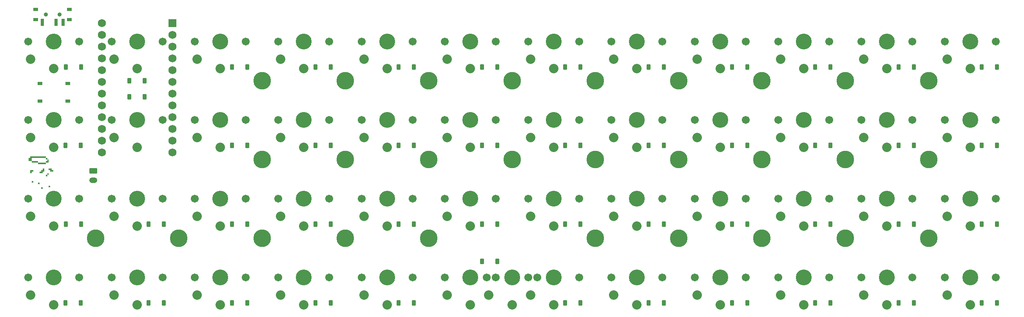
<source format=gbr>
%TF.GenerationSoftware,KiCad,Pcbnew,9.0.3-1.fc42*%
%TF.CreationDate,2025-09-11T11:22:30-04:00*%
%TF.ProjectId,48ish_soldered,34386973-685f-4736-9f6c-64657265642e,v1.0.0*%
%TF.SameCoordinates,Original*%
%TF.FileFunction,Soldermask,Bot*%
%TF.FilePolarity,Negative*%
%FSLAX46Y46*%
G04 Gerber Fmt 4.6, Leading zero omitted, Abs format (unit mm)*
G04 Created by KiCad (PCBNEW 9.0.3-1.fc42) date 2025-09-11 11:22:30*
%MOMM*%
%LPD*%
G01*
G04 APERTURE LIST*
G04 Aperture macros list*
%AMRoundRect*
0 Rectangle with rounded corners*
0 $1 Rounding radius*
0 $2 $3 $4 $5 $6 $7 $8 $9 X,Y pos of 4 corners*
0 Add a 4 corners polygon primitive as box body*
4,1,4,$2,$3,$4,$5,$6,$7,$8,$9,$2,$3,0*
0 Add four circle primitives for the rounded corners*
1,1,$1+$1,$2,$3*
1,1,$1+$1,$4,$5*
1,1,$1+$1,$6,$7*
1,1,$1+$1,$8,$9*
0 Add four rect primitives between the rounded corners*
20,1,$1+$1,$2,$3,$4,$5,0*
20,1,$1+$1,$4,$5,$6,$7,0*
20,1,$1+$1,$6,$7,$8,$9,0*
20,1,$1+$1,$8,$9,$2,$3,0*%
G04 Aperture macros list end*
%ADD10C,0.000000*%
%ADD11C,1.701800*%
%ADD12C,3.429000*%
%ADD13C,2.032000*%
%ADD14C,3.800000*%
%ADD15RoundRect,0.225000X0.225000X0.375000X-0.225000X0.375000X-0.225000X-0.375000X0.225000X-0.375000X0*%
%ADD16R,1.000000X0.750000*%
%ADD17R,1.752600X1.752600*%
%ADD18C,1.752600*%
%ADD19R,1.000000X0.800000*%
%ADD20C,0.900000*%
%ADD21R,0.700000X1.500000*%
%ADD22RoundRect,0.250000X-0.625000X0.350000X-0.625000X-0.350000X0.625000X-0.350000X0.625000X0.350000X0*%
%ADD23O,1.750000X1.200000*%
G04 APERTURE END LIST*
D10*
%TO.C,G\u002A\u002A\u002A*%
G36*
X112083060Y-141333634D02*
G01*
X112083060Y-141500328D01*
X111916366Y-141500328D01*
X111749672Y-141500328D01*
X111749672Y-141333634D01*
X111749672Y-141166940D01*
X111916366Y-141166940D01*
X112083060Y-141166940D01*
X112083060Y-141333634D01*
G37*
G36*
X113416612Y-141667022D02*
G01*
X113416612Y-141833716D01*
X113249918Y-141833716D01*
X113083224Y-141833716D01*
X113083224Y-141667022D01*
X113083224Y-141500328D01*
X113249918Y-141500328D01*
X113416612Y-141500328D01*
X113416612Y-141667022D01*
G37*
G36*
X114083388Y-142667186D02*
G01*
X114083388Y-142833880D01*
X113916694Y-142833880D01*
X113750000Y-142833880D01*
X113750000Y-142667186D01*
X113750000Y-142500492D01*
X113916694Y-142500492D01*
X114083388Y-142500492D01*
X114083388Y-142667186D01*
G37*
G36*
X115083552Y-140000082D02*
G01*
X115083552Y-140166776D01*
X114916858Y-140166776D01*
X114750164Y-140166776D01*
X114750164Y-140000082D01*
X114750164Y-139833388D01*
X114916858Y-139833388D01*
X115083552Y-139833388D01*
X115083552Y-140000082D01*
G37*
G36*
X115416940Y-139666694D02*
G01*
X115416940Y-139833388D01*
X115250246Y-139833388D01*
X115083552Y-139833388D01*
X115083552Y-139666694D01*
X115083552Y-139500000D01*
X115250246Y-139500000D01*
X115416940Y-139500000D01*
X115416940Y-139666694D01*
G37*
G36*
X115750328Y-142333798D02*
G01*
X115750328Y-142500492D01*
X115583634Y-142500492D01*
X115416940Y-142500492D01*
X115416940Y-142333798D01*
X115416940Y-142167104D01*
X115583634Y-142167104D01*
X115750328Y-142167104D01*
X115750328Y-142333798D01*
G37*
G36*
X112083060Y-138999918D02*
G01*
X112083060Y-139166612D01*
X111916366Y-139166612D01*
X111749672Y-139166612D01*
X111749672Y-139333306D01*
X111749672Y-139500000D01*
X111582978Y-139500000D01*
X111416284Y-139500000D01*
X111416284Y-139166612D01*
X111416284Y-138833224D01*
X111749672Y-138833224D01*
X112083060Y-138833224D01*
X112083060Y-138999918D01*
G37*
G36*
X116083716Y-138666530D02*
G01*
X116083716Y-138833224D01*
X116250410Y-138833224D01*
X116417104Y-138833224D01*
X116417104Y-138999918D01*
X116417104Y-139166612D01*
X116083716Y-139166612D01*
X115750328Y-139166612D01*
X115750328Y-138999918D01*
X115750328Y-138833224D01*
X115583634Y-138833224D01*
X115416940Y-138833224D01*
X115416940Y-138666530D01*
X115416940Y-138499836D01*
X115750328Y-138499836D01*
X116083716Y-138499836D01*
X116083716Y-138666530D01*
G37*
G36*
X114416776Y-138833224D02*
G01*
X114416776Y-139166612D01*
X114250082Y-139166612D01*
X114083388Y-139166612D01*
X114083388Y-139333306D01*
X114083388Y-139500000D01*
X113750000Y-139500000D01*
X113416612Y-139500000D01*
X113416612Y-139333306D01*
X113416612Y-139166612D01*
X113583306Y-139166612D01*
X113750000Y-139166612D01*
X113750000Y-138999918D01*
X113750000Y-138833224D01*
X113916694Y-138833224D01*
X114083388Y-138833224D01*
X114083388Y-138666530D01*
X114083388Y-138499836D01*
X114250082Y-138499836D01*
X114416776Y-138499836D01*
X114416776Y-138833224D01*
G37*
G36*
X115416940Y-136832896D02*
G01*
X115416940Y-137166284D01*
X115083552Y-137166284D01*
X114750164Y-137166284D01*
X114750164Y-137332978D01*
X114750164Y-137499672D01*
X113916694Y-137499672D01*
X113083224Y-137499672D01*
X113083224Y-137332978D01*
X113083224Y-137166284D01*
X112416448Y-137166284D01*
X111749672Y-137166284D01*
X111749672Y-136999590D01*
X111749672Y-136832896D01*
X112416448Y-136832896D01*
X113083224Y-136832896D01*
X113083224Y-136999590D01*
X113083224Y-137166284D01*
X113916694Y-137166284D01*
X114750164Y-137166284D01*
X114750164Y-136999590D01*
X114750164Y-136832896D01*
X114916858Y-136832896D01*
X115083552Y-136832896D01*
X115083552Y-136666202D01*
X115083552Y-136499508D01*
X115250246Y-136499508D01*
X115416940Y-136499508D01*
X115416940Y-136832896D01*
G37*
G36*
X114750164Y-135999426D02*
G01*
X114750164Y-136166120D01*
X113249918Y-136166120D01*
X111749672Y-136166120D01*
X111749672Y-136499508D01*
X111749672Y-136832896D01*
X111416284Y-136832896D01*
X111082896Y-136832896D01*
X111082896Y-136499508D01*
X111082896Y-136166120D01*
X111249590Y-136166120D01*
X111416284Y-136166120D01*
X111416284Y-135999426D01*
X111416284Y-135832732D01*
X113083224Y-135832732D01*
X114750164Y-135832732D01*
X114750164Y-135999426D01*
G37*
G36*
X114916858Y-136166120D02*
G01*
X115083552Y-136166120D01*
X115083552Y-136332814D01*
X115083552Y-136499508D01*
X114916858Y-136499508D01*
X114750164Y-136499508D01*
X114750164Y-136332814D01*
X114750164Y-136166120D01*
X114916858Y-136166120D01*
G37*
%TD*%
D11*
%TO.C,SW6*%
X129000000Y-128000000D03*
D12*
X134500000Y-128000000D03*
D11*
X140000000Y-128000000D03*
D13*
X129500000Y-131800000D03*
X134500000Y-133900000D03*
%TD*%
D11*
%TO.C,SW30*%
X237000000Y-128000000D03*
D12*
X242500000Y-128000000D03*
D11*
X248000000Y-128000000D03*
D13*
X237500000Y-131800000D03*
X242500000Y-133900000D03*
%TD*%
D11*
%TO.C,SW18*%
X183000000Y-128000000D03*
D12*
X188500000Y-128000000D03*
D11*
X194000000Y-128000000D03*
D13*
X183500000Y-131800000D03*
X188500000Y-133900000D03*
%TD*%
D14*
%TO.C,REF\u002A\u002A*%
X161500000Y-136500000D03*
%TD*%
D11*
%TO.C,SW37*%
X273000000Y-111000000D03*
D12*
X278500000Y-111000000D03*
D11*
X284000000Y-111000000D03*
D13*
X273500000Y-114800000D03*
X278500000Y-116900000D03*
%TD*%
D14*
%TO.C,REF\u002A\u002A*%
X197500000Y-153500000D03*
%TD*%
%TO.C,REF\u002A\u002A*%
X305500000Y-136500000D03*
%TD*%
D11*
%TO.C,SW21*%
X201000000Y-111000000D03*
D12*
X206500000Y-111000000D03*
D11*
X212000000Y-111000000D03*
D13*
X201500000Y-114800000D03*
X206500000Y-116900000D03*
%TD*%
D11*
%TO.C,SW15*%
X165000000Y-145000000D03*
D12*
X170500000Y-145000000D03*
D11*
X176000000Y-145000000D03*
D13*
X165500000Y-148800000D03*
X170500000Y-150900000D03*
%TD*%
D11*
%TO.C,SW33*%
X255000000Y-111000000D03*
D12*
X260500000Y-111000000D03*
D11*
X266000000Y-111000000D03*
D13*
X255500000Y-114800000D03*
X260500000Y-116900000D03*
%TD*%
D11*
%TO.C,SW10*%
X147000000Y-128000000D03*
D12*
X152500000Y-128000000D03*
D11*
X158000000Y-128000000D03*
D13*
X147500000Y-131800000D03*
X152500000Y-133900000D03*
%TD*%
D14*
%TO.C,REF\u002A\u002A*%
X287500000Y-153500000D03*
%TD*%
D11*
%TO.C,SW2*%
X111000000Y-128000000D03*
D12*
X116500000Y-128000000D03*
D11*
X122000000Y-128000000D03*
D13*
X111500000Y-131800000D03*
X116500000Y-133900000D03*
%TD*%
D11*
%TO.C,SW26*%
X219000000Y-128000000D03*
D12*
X224500000Y-128000000D03*
D11*
X230000000Y-128000000D03*
D13*
X219500000Y-131800000D03*
X224500000Y-133900000D03*
%TD*%
D14*
%TO.C,REF\u002A\u002A*%
X179500000Y-153500000D03*
%TD*%
D11*
%TO.C,SW27*%
X219000000Y-145000000D03*
D12*
X224500000Y-145000000D03*
D11*
X230000000Y-145000000D03*
D13*
X219500000Y-148800000D03*
X224500000Y-150900000D03*
%TD*%
D11*
%TO.C,SW5*%
X129000000Y-111000000D03*
D12*
X134500000Y-111000000D03*
D11*
X140000000Y-111000000D03*
D13*
X129500000Y-114800000D03*
X134500000Y-116900000D03*
%TD*%
D14*
%TO.C,REF\u002A\u002A*%
X215500000Y-119500000D03*
%TD*%
%TO.C,REF\u002A\u002A*%
X269500000Y-153500000D03*
%TD*%
D11*
%TO.C,SW47*%
X309000000Y-145000000D03*
D12*
X314500000Y-145000000D03*
D11*
X320000000Y-145000000D03*
D13*
X309500000Y-148800000D03*
X314500000Y-150900000D03*
%TD*%
D11*
%TO.C,SW46*%
X309000000Y-128000000D03*
D12*
X314500000Y-128000000D03*
D11*
X320000000Y-128000000D03*
D13*
X309500000Y-131800000D03*
X314500000Y-133900000D03*
%TD*%
D11*
%TO.C,SW40*%
X273000000Y-162000000D03*
D12*
X278500000Y-162000000D03*
D11*
X284000000Y-162000000D03*
D13*
X273500000Y-165800000D03*
X278500000Y-167900000D03*
%TD*%
D14*
%TO.C,REF\u002A\u002A*%
X197500000Y-136500000D03*
%TD*%
D11*
%TO.C,SW25*%
X219000000Y-111000000D03*
D12*
X224500000Y-111000000D03*
D11*
X230000000Y-111000000D03*
D13*
X219500000Y-114800000D03*
X224500000Y-116900000D03*
%TD*%
D11*
%TO.C,SW36*%
X255000000Y-162000000D03*
D12*
X260500000Y-162000000D03*
D11*
X266000000Y-162000000D03*
D13*
X255500000Y-165800000D03*
X260500000Y-167900000D03*
%TD*%
D14*
%TO.C,REF\u002A\u002A*%
X233500000Y-136500000D03*
%TD*%
D11*
%TO.C,SW20*%
X183000000Y-162000000D03*
D12*
X188500000Y-162000000D03*
D11*
X194000000Y-162000000D03*
D13*
X183500000Y-165800000D03*
X188500000Y-167900000D03*
%TD*%
D11*
%TO.C,SW12*%
X147000000Y-162000000D03*
D12*
X152500000Y-162000000D03*
D11*
X158000000Y-162000000D03*
D13*
X147500000Y-165800000D03*
X152500000Y-167900000D03*
%TD*%
D11*
%TO.C,SW4*%
X111000000Y-162000000D03*
D12*
X116500000Y-162000000D03*
D11*
X122000000Y-162000000D03*
D13*
X111500000Y-165800000D03*
X116500000Y-167900000D03*
%TD*%
D14*
%TO.C,REF\u002A\u002A*%
X233500000Y-153500000D03*
%TD*%
%TO.C,REF\u002A\u002A*%
X161500000Y-153500000D03*
%TD*%
D11*
%TO.C,SW16*%
X165000000Y-162000000D03*
D12*
X170500000Y-162000000D03*
D11*
X176000000Y-162000000D03*
D13*
X165500000Y-165800000D03*
X170500000Y-167900000D03*
%TD*%
D11*
%TO.C,SW38*%
X273000000Y-128000000D03*
D12*
X278500000Y-128000000D03*
D11*
X284000000Y-128000000D03*
D13*
X273500000Y-131800000D03*
X278500000Y-133900000D03*
%TD*%
D11*
%TO.C,SW3*%
X111000000Y-145000000D03*
D12*
X116500000Y-145000000D03*
D11*
X122000000Y-145000000D03*
D13*
X111500000Y-148800000D03*
X116500000Y-150900000D03*
%TD*%
D11*
%TO.C,SW34*%
X255000000Y-128000000D03*
D12*
X260500000Y-128000000D03*
D11*
X266000000Y-128000000D03*
D13*
X255500000Y-131800000D03*
X260500000Y-133900000D03*
%TD*%
D11*
%TO.C,SW22*%
X201000000Y-128000000D03*
D12*
X206500000Y-128000000D03*
D11*
X212000000Y-128000000D03*
D13*
X201500000Y-131800000D03*
X206500000Y-133900000D03*
%TD*%
D11*
%TO.C,SW29*%
X237000000Y-111000000D03*
D12*
X242500000Y-111000000D03*
D11*
X248000000Y-111000000D03*
D13*
X237500000Y-114800000D03*
X242500000Y-116900000D03*
%TD*%
D14*
%TO.C,REF\u002A\u002A*%
X251500000Y-136500000D03*
%TD*%
D11*
%TO.C,SW31*%
X237000000Y-145000000D03*
D12*
X242500000Y-145000000D03*
D11*
X248000000Y-145000000D03*
D13*
X237500000Y-148800000D03*
X242500000Y-150900000D03*
%TD*%
D11*
%TO.C,SW24*%
X210000000Y-162000000D03*
D12*
X215500000Y-162000000D03*
D11*
X221000000Y-162000000D03*
D13*
X210500000Y-165800000D03*
X215500000Y-167900000D03*
%TD*%
D11*
%TO.C,SW7*%
X129000000Y-145000000D03*
D12*
X134500000Y-145000000D03*
D11*
X140000000Y-145000000D03*
D13*
X129500000Y-148800000D03*
X134500000Y-150900000D03*
%TD*%
D11*
%TO.C,SW43*%
X291000000Y-145000000D03*
D12*
X296500000Y-145000000D03*
D11*
X302000000Y-145000000D03*
D13*
X291500000Y-148800000D03*
X296500000Y-150900000D03*
%TD*%
D14*
%TO.C,REF\u002A\u002A*%
X251500000Y-119500000D03*
%TD*%
D11*
%TO.C,SW14*%
X165000000Y-128000000D03*
D12*
X170500000Y-128000000D03*
D11*
X176000000Y-128000000D03*
D13*
X165500000Y-131800000D03*
X170500000Y-133900000D03*
%TD*%
D11*
%TO.C,SW44*%
X291000000Y-162000000D03*
D12*
X296500000Y-162000000D03*
D11*
X302000000Y-162000000D03*
D13*
X291500000Y-165800000D03*
X296500000Y-167900000D03*
%TD*%
D11*
%TO.C,SW45*%
X309000000Y-111000000D03*
D12*
X314500000Y-111000000D03*
D11*
X320000000Y-111000000D03*
D13*
X309500000Y-114800000D03*
X314500000Y-116900000D03*
%TD*%
D14*
%TO.C,REF\u002A\u002A*%
X197500000Y-119500000D03*
%TD*%
D11*
%TO.C,SW35*%
X255000000Y-145000000D03*
D12*
X260500000Y-145000000D03*
D11*
X266000000Y-145000000D03*
D13*
X255500000Y-148800000D03*
X260500000Y-150900000D03*
%TD*%
D11*
%TO.C,SW13*%
X165000000Y-111000000D03*
D12*
X170500000Y-111000000D03*
D11*
X176000000Y-111000000D03*
D13*
X165500000Y-114800000D03*
X170500000Y-116900000D03*
%TD*%
D11*
%TO.C,SW1*%
X111000000Y-111000000D03*
D12*
X116500000Y-111000000D03*
D11*
X122000000Y-111000000D03*
D13*
X111500000Y-114800000D03*
X116500000Y-116900000D03*
%TD*%
D14*
%TO.C,REF\u002A\u002A*%
X233500000Y-119500000D03*
%TD*%
D11*
%TO.C,SW9*%
X147000000Y-111000000D03*
D12*
X152500000Y-111000000D03*
D11*
X158000000Y-111000000D03*
D13*
X147500000Y-114800000D03*
X152500000Y-116900000D03*
%TD*%
D14*
%TO.C,REF\u002A\u002A*%
X305500000Y-119500000D03*
%TD*%
%TO.C,REF\u002A\u002A*%
X179500000Y-119500000D03*
%TD*%
%TO.C,REF\u002A\u002A*%
X287500000Y-119500000D03*
%TD*%
D11*
%TO.C,SW17*%
X183000000Y-111000000D03*
D12*
X188500000Y-111000000D03*
D11*
X194000000Y-111000000D03*
D13*
X183500000Y-114800000D03*
X188500000Y-116900000D03*
%TD*%
D11*
%TO.C,SW24*%
X201000000Y-162000000D03*
D12*
X206500000Y-162000000D03*
D11*
X212000000Y-162000000D03*
D13*
X201500000Y-165800000D03*
X206500000Y-167900000D03*
%TD*%
D14*
%TO.C,REF\u002A\u002A*%
X251500000Y-153500000D03*
%TD*%
%TO.C,REF\u002A\u002A*%
X269500000Y-136500000D03*
%TD*%
D11*
%TO.C,SW48*%
X309000000Y-162000000D03*
D12*
X314500000Y-162000000D03*
D11*
X320000000Y-162000000D03*
D13*
X309500000Y-165800000D03*
X314500000Y-167900000D03*
%TD*%
D11*
%TO.C,SW19*%
X183000000Y-145000000D03*
D12*
X188500000Y-145000000D03*
D11*
X194000000Y-145000000D03*
D13*
X183500000Y-148800000D03*
X188500000Y-150900000D03*
%TD*%
D11*
%TO.C,SW11*%
X147000000Y-145000000D03*
D12*
X152500000Y-145000000D03*
D11*
X158000000Y-145000000D03*
D13*
X147500000Y-148800000D03*
X152500000Y-150900000D03*
%TD*%
D11*
%TO.C,SW32*%
X237000000Y-162000000D03*
D12*
X242500000Y-162000000D03*
D11*
X248000000Y-162000000D03*
D13*
X237500000Y-165800000D03*
X242500000Y-167900000D03*
%TD*%
D14*
%TO.C,REF\u002A\u002A*%
X269500000Y-119500000D03*
%TD*%
%TO.C,REF\u002A\u002A*%
X179500000Y-136500000D03*
%TD*%
D11*
%TO.C,SW28*%
X219000000Y-162000000D03*
D12*
X224500000Y-162000000D03*
D11*
X230000000Y-162000000D03*
D13*
X219500000Y-165800000D03*
X224500000Y-167900000D03*
%TD*%
D11*
%TO.C,SW8*%
X129000000Y-162000000D03*
D12*
X134500000Y-162000000D03*
D11*
X140000000Y-162000000D03*
D13*
X129500000Y-165800000D03*
X134500000Y-167900000D03*
%TD*%
D14*
%TO.C,REF\u002A\u002A*%
X215500000Y-136500000D03*
%TD*%
%TO.C,REF\u002A\u002A*%
X305500000Y-153500000D03*
%TD*%
D11*
%TO.C,SW41*%
X291000000Y-111000000D03*
D12*
X296500000Y-111000000D03*
D11*
X302000000Y-111000000D03*
D13*
X291500000Y-114800000D03*
X296500000Y-116900000D03*
%TD*%
D14*
%TO.C,REF\u002A\u002A*%
X125500000Y-153500000D03*
%TD*%
D11*
%TO.C,SW39*%
X273000000Y-145000000D03*
D12*
X278500000Y-145000000D03*
D11*
X284000000Y-145000000D03*
D13*
X273500000Y-148800000D03*
X278500000Y-150900000D03*
%TD*%
D11*
%TO.C,SW42*%
X291000000Y-128000000D03*
D12*
X296500000Y-128000000D03*
D11*
X302000000Y-128000000D03*
D13*
X291500000Y-131800000D03*
X296500000Y-133900000D03*
%TD*%
D14*
%TO.C,REF\u002A\u002A*%
X143500000Y-153500000D03*
%TD*%
%TO.C,REF\u002A\u002A*%
X161500000Y-119500000D03*
%TD*%
D11*
%TO.C,SW23*%
X201000000Y-145000000D03*
D12*
X206500000Y-145000000D03*
D11*
X212000000Y-145000000D03*
D13*
X201500000Y-148800000D03*
X206500000Y-150900000D03*
%TD*%
D14*
%TO.C,REF\u002A\u002A*%
X287500000Y-136500000D03*
%TD*%
D15*
%TO.C,D1*%
X122400000Y-116500000D03*
X119100000Y-116500000D03*
%TD*%
%TO.C,D47*%
X320300000Y-150500000D03*
X317000000Y-150500000D03*
%TD*%
%TO.C,D40*%
X284300000Y-167500000D03*
X281000000Y-167500000D03*
%TD*%
%TO.C,D19*%
X194300000Y-150500000D03*
X191000000Y-150500000D03*
%TD*%
%TO.C,D39*%
X284300000Y-150500000D03*
X281000000Y-150500000D03*
%TD*%
%TO.C,D32*%
X248300000Y-167500000D03*
X245000000Y-167500000D03*
%TD*%
%TO.C,D16*%
X176300000Y-167500000D03*
X173000000Y-167500000D03*
%TD*%
D16*
%TO.C,SW50*%
X119500000Y-120125000D03*
X113500000Y-120125000D03*
X119500000Y-123875000D03*
X113500000Y-123875000D03*
%TD*%
D15*
%TO.C,D18*%
X194300000Y-133500000D03*
X191000000Y-133500000D03*
%TD*%
%TO.C,D37*%
X284300000Y-116500000D03*
X281000000Y-116500000D03*
%TD*%
%TO.C,D7*%
X140300000Y-150500000D03*
X137000000Y-150500000D03*
%TD*%
%TO.C,D27*%
X230300000Y-150500000D03*
X227000000Y-150500000D03*
%TD*%
%TO.C,D43*%
X302300000Y-150500000D03*
X299000000Y-150500000D03*
%TD*%
%TO.C,D33*%
X266300000Y-116500000D03*
X263000000Y-116500000D03*
%TD*%
%TO.C,D48*%
X320300000Y-167500000D03*
X317000000Y-167500000D03*
%TD*%
%TO.C,D14*%
X176300000Y-133500000D03*
X173000000Y-133500000D03*
%TD*%
%TO.C,D44*%
X302300000Y-167500000D03*
X299000000Y-167500000D03*
%TD*%
%TO.C,D5*%
X136150000Y-119500000D03*
X132850000Y-119500000D03*
%TD*%
D17*
%TO.C,U1*%
X142120000Y-107030000D03*
D18*
X142120000Y-109570000D03*
X142120000Y-112110000D03*
X142120000Y-114650000D03*
X142120000Y-117190000D03*
X142120000Y-119730000D03*
X142120000Y-122270000D03*
X142120000Y-124810000D03*
X142120000Y-127350000D03*
X142120000Y-129890000D03*
X142120000Y-132430000D03*
X142120000Y-134970000D03*
X126880000Y-107030000D03*
X126880000Y-109570000D03*
X126880000Y-112110000D03*
X126880000Y-114650000D03*
X126880000Y-117190000D03*
X126880000Y-119730000D03*
X126880000Y-122270000D03*
X126880000Y-124810000D03*
X126880000Y-127350000D03*
X126880000Y-129890000D03*
X126880000Y-132430000D03*
X126880000Y-134970000D03*
%TD*%
D15*
%TO.C,D2*%
X122300000Y-133500000D03*
X119000000Y-133500000D03*
%TD*%
%TO.C,D22*%
X212300000Y-133500000D03*
X209000000Y-133500000D03*
%TD*%
%TO.C,D31*%
X248300000Y-150500000D03*
X245000000Y-150500000D03*
%TD*%
%TO.C,D36*%
X266300000Y-167500000D03*
X263000000Y-167500000D03*
%TD*%
%TO.C,D41*%
X302300000Y-116500000D03*
X299000000Y-116500000D03*
%TD*%
%TO.C,D9*%
X158300000Y-116500000D03*
X155000000Y-116500000D03*
%TD*%
%TO.C,D26*%
X230300000Y-133500000D03*
X227000000Y-133500000D03*
%TD*%
%TO.C,D8*%
X140300000Y-167500000D03*
X137000000Y-167500000D03*
%TD*%
%TO.C,D45*%
X320300000Y-116500000D03*
X317000000Y-116500000D03*
%TD*%
%TO.C,D29*%
X248300000Y-116500000D03*
X245000000Y-116500000D03*
%TD*%
%TO.C,D10*%
X158300000Y-133500000D03*
X155000000Y-133500000D03*
%TD*%
D19*
%TO.C,SW49*%
X112600000Y-104045000D03*
X112600000Y-106255000D03*
D20*
X114750000Y-105145000D03*
X117750000Y-105145000D03*
D19*
X119900000Y-104045000D03*
X119900000Y-106255000D03*
D21*
X114000000Y-106905000D03*
X117000000Y-106905000D03*
X118500000Y-106905000D03*
%TD*%
D15*
%TO.C,D17*%
X194300000Y-116500000D03*
X191000000Y-116500000D03*
%TD*%
%TO.C,D24*%
X212300000Y-158500000D03*
X209000000Y-158500000D03*
%TD*%
%TO.C,D34*%
X266300000Y-133500000D03*
X263000000Y-133500000D03*
%TD*%
%TO.C,D25*%
X230300000Y-116500000D03*
X227000000Y-116500000D03*
%TD*%
%TO.C,D11*%
X158300000Y-150500000D03*
X155000000Y-150500000D03*
%TD*%
D22*
%TO.C,J1*%
X125050000Y-139000000D03*
D23*
X125050000Y-141000000D03*
%TD*%
D15*
%TO.C,D38*%
X284300000Y-133500000D03*
X281000000Y-133500000D03*
%TD*%
%TO.C,D13*%
X176300000Y-116500000D03*
X173000000Y-116500000D03*
%TD*%
%TO.C,D42*%
X302300000Y-133500000D03*
X299000000Y-133500000D03*
%TD*%
%TO.C,D35*%
X266300000Y-150500000D03*
X263000000Y-150500000D03*
%TD*%
%TO.C,D28*%
X230300000Y-167500000D03*
X227000000Y-167500000D03*
%TD*%
%TO.C,D20*%
X194300000Y-167500000D03*
X191000000Y-167500000D03*
%TD*%
%TO.C,D6*%
X136150000Y-123000000D03*
X132850000Y-123000000D03*
%TD*%
%TO.C,D23*%
X212300000Y-150500000D03*
X209000000Y-150500000D03*
%TD*%
%TO.C,D3*%
X122400000Y-150500000D03*
X119100000Y-150500000D03*
%TD*%
%TO.C,D21*%
X212300000Y-116500000D03*
X209000000Y-116500000D03*
%TD*%
%TO.C,D30*%
X248300000Y-133500000D03*
X245000000Y-133500000D03*
%TD*%
%TO.C,D15*%
X176300000Y-150500000D03*
X173000000Y-150500000D03*
%TD*%
%TO.C,D12*%
X158300000Y-167500000D03*
X155000000Y-167500000D03*
%TD*%
%TO.C,D4*%
X122300000Y-167500000D03*
X119000000Y-167500000D03*
%TD*%
%TO.C,D46*%
X320300000Y-133500000D03*
X317000000Y-133500000D03*
%TD*%
M02*

</source>
